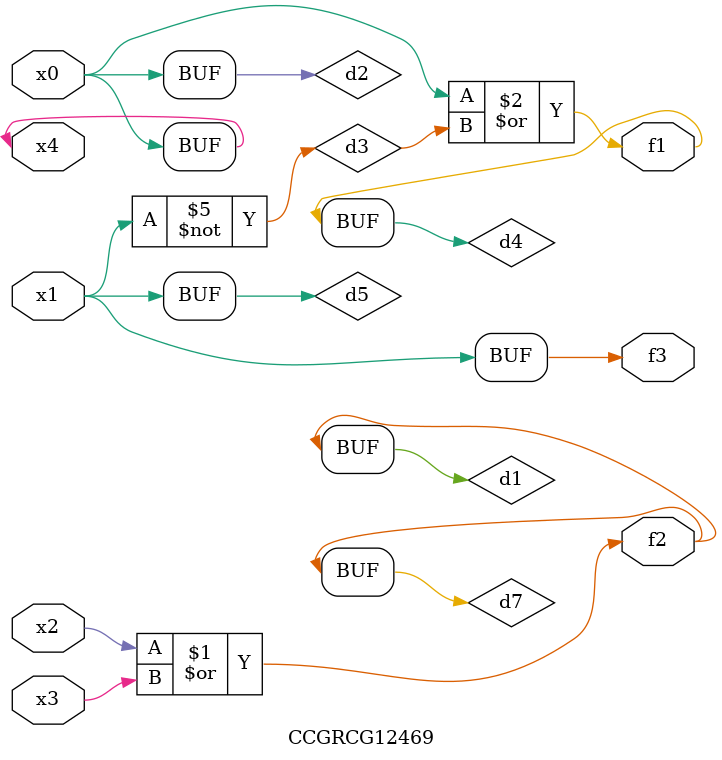
<source format=v>
module CCGRCG12469(
	input x0, x1, x2, x3, x4,
	output f1, f2, f3
);

	wire d1, d2, d3, d4, d5, d6, d7;

	or (d1, x2, x3);
	buf (d2, x0, x4);
	not (d3, x1);
	or (d4, d2, d3);
	not (d5, d3);
	nand (d6, d1, d3);
	or (d7, d1);
	assign f1 = d4;
	assign f2 = d7;
	assign f3 = d5;
endmodule

</source>
